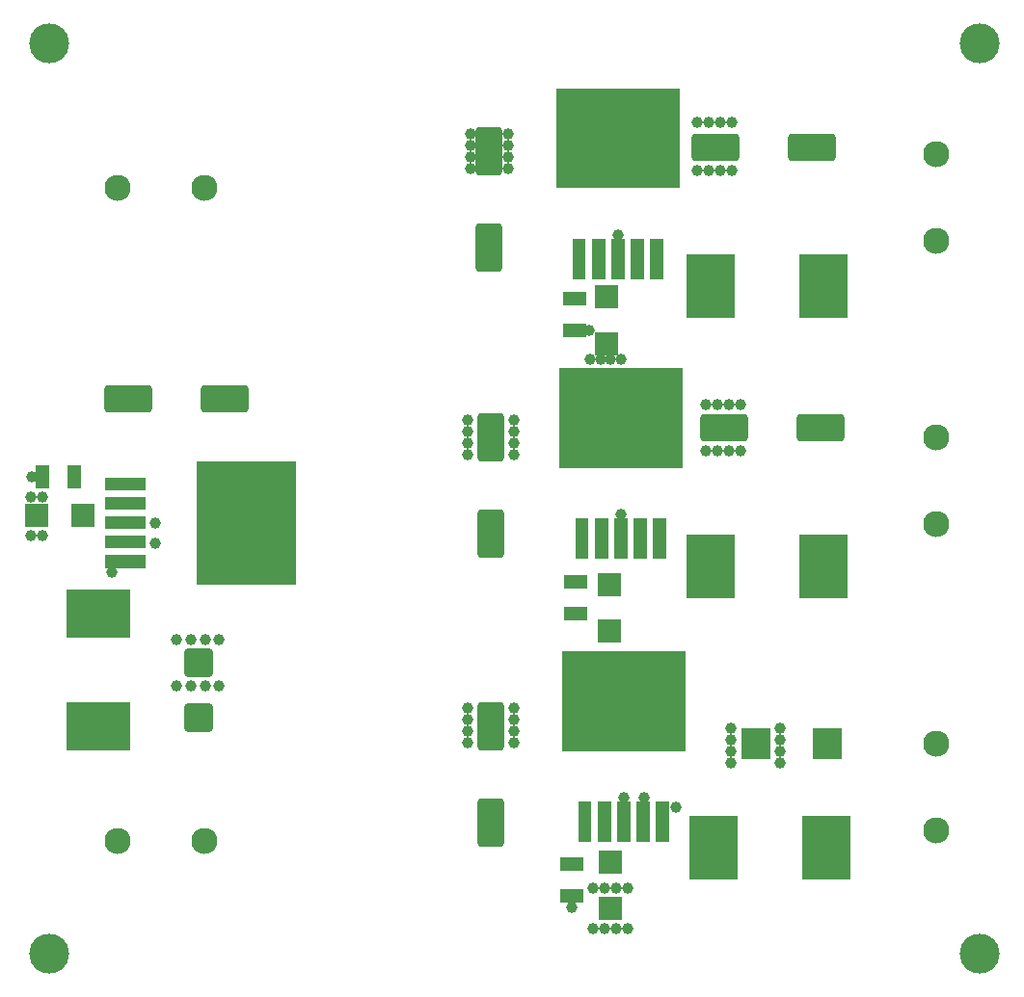
<source format=gts>
G04*
G04 #@! TF.GenerationSoftware,Altium Limited,Altium Designer,21.6.4 (81)*
G04*
G04 Layer_Color=8388736*
%FSLAX25Y25*%
%MOIN*%
G70*
G04*
G04 #@! TF.SameCoordinates,F1B4013F-C6E7-459F-9AD8-EDA5B4F290C2*
G04*
G04*
G04 #@! TF.FilePolarity,Negative*
G04*
G01*
G75*
%ADD23R,0.16732X0.22441*%
%ADD24R,0.07874X0.08268*%
%ADD25R,0.08281X0.04781*%
G04:AMPARAMS|DCode=26|XSize=100mil|YSize=103.15mil|CornerRadius=16.93mil|HoleSize=0mil|Usage=FLASHONLY|Rotation=90.000|XOffset=0mil|YOffset=0mil|HoleType=Round|Shape=RoundedRectangle|*
%AMROUNDEDRECTD26*
21,1,0.10000,0.06929,0,0,90.0*
21,1,0.06614,0.10315,0,0,90.0*
1,1,0.03386,0.03465,0.03307*
1,1,0.03386,0.03465,-0.03307*
1,1,0.03386,-0.03465,-0.03307*
1,1,0.03386,-0.03465,0.03307*
%
%ADD26ROUNDEDRECTD26*%
%ADD27R,0.22441X0.16732*%
%ADD28R,0.08268X0.07874*%
%ADD29R,0.04781X0.08281*%
G04:AMPARAMS|DCode=30|XSize=168.9mil|YSize=95.28mil|CornerRadius=16.34mil|HoleSize=0mil|Usage=FLASHONLY|Rotation=90.000|XOffset=0mil|YOffset=0mil|HoleType=Round|Shape=RoundedRectangle|*
%AMROUNDEDRECTD30*
21,1,0.16890,0.06260,0,0,90.0*
21,1,0.13622,0.09528,0,0,90.0*
1,1,0.03268,0.03130,0.06811*
1,1,0.03268,0.03130,-0.06811*
1,1,0.03268,-0.03130,-0.06811*
1,1,0.03268,-0.03130,0.06811*
%
%ADD30ROUNDEDRECTD30*%
G04:AMPARAMS|DCode=31|XSize=168.9mil|YSize=95.28mil|CornerRadius=16.34mil|HoleSize=0mil|Usage=FLASHONLY|Rotation=180.000|XOffset=0mil|YOffset=0mil|HoleType=Round|Shape=RoundedRectangle|*
%AMROUNDEDRECTD31*
21,1,0.16890,0.06260,0,0,180.0*
21,1,0.13622,0.09528,0,0,180.0*
1,1,0.03268,-0.06811,0.03130*
1,1,0.03268,0.06811,0.03130*
1,1,0.03268,0.06811,-0.03130*
1,1,0.03268,-0.06811,-0.03130*
%
%ADD31ROUNDEDRECTD31*%
%ADD32R,0.10236X0.11102*%
%ADD33C,0.09055*%
%ADD34C,0.03937*%
%ADD35C,0.13780*%
%ADD36C,0.03347*%
G36*
X229839Y276795D02*
X187161D01*
Y311205D01*
X229839D01*
Y276795D01*
D02*
G37*
G36*
X224130Y245299D02*
X219642D01*
Y259236D01*
X224130D01*
Y245299D01*
D02*
G37*
G36*
X217437D02*
X212949D01*
Y259236D01*
X217437D01*
Y245299D01*
D02*
G37*
G36*
X210744D02*
X206256D01*
Y259236D01*
X210744D01*
Y245299D01*
D02*
G37*
G36*
X204051D02*
X199563D01*
Y259236D01*
X204051D01*
Y245299D01*
D02*
G37*
G36*
X197358D02*
X192870D01*
Y259236D01*
X197358D01*
Y245299D01*
D02*
G37*
G36*
X230839Y180028D02*
X188161D01*
Y214437D01*
X230839D01*
Y180028D01*
D02*
G37*
G36*
X45236Y172142D02*
X31299D01*
Y176630D01*
X45236D01*
Y172142D01*
D02*
G37*
G36*
Y165449D02*
X31299D01*
Y169937D01*
X45236D01*
Y165449D01*
D02*
G37*
G36*
Y158756D02*
X31299D01*
Y163244D01*
X45236D01*
Y158756D01*
D02*
G37*
G36*
Y152063D02*
X31299D01*
Y156551D01*
X45236D01*
Y152063D01*
D02*
G37*
G36*
X225130Y148531D02*
X220642D01*
Y162469D01*
X225130D01*
Y148531D01*
D02*
G37*
G36*
X218437D02*
X213949D01*
Y162469D01*
X218437D01*
Y148531D01*
D02*
G37*
G36*
X211744D02*
X207256D01*
Y162469D01*
X211744D01*
Y148531D01*
D02*
G37*
G36*
X205051D02*
X200563D01*
Y162469D01*
X205051D01*
Y148531D01*
D02*
G37*
G36*
X198358D02*
X193870D01*
Y162469D01*
X198358D01*
Y148531D01*
D02*
G37*
G36*
X45236Y145370D02*
X31299D01*
Y149858D01*
X45236D01*
Y145370D01*
D02*
G37*
G36*
X97205Y139661D02*
X62795D01*
Y182339D01*
X97205D01*
Y139661D01*
D02*
G37*
G36*
X231839Y82028D02*
X189161D01*
Y116437D01*
X231839D01*
Y82028D01*
D02*
G37*
G36*
X226130Y50532D02*
X221642D01*
Y64468D01*
X226130D01*
Y50532D01*
D02*
G37*
G36*
X219437D02*
X214949D01*
Y64468D01*
X219437D01*
Y50532D01*
D02*
G37*
G36*
X212744D02*
X208256D01*
Y64468D01*
X212744D01*
Y50532D01*
D02*
G37*
G36*
X206051D02*
X201563D01*
Y64468D01*
X206051D01*
Y50532D01*
D02*
G37*
G36*
X199358D02*
X194870D01*
Y64468D01*
X199358D01*
Y50532D01*
D02*
G37*
D23*
X240512Y146000D02*
D03*
X279488D02*
D03*
X240512Y243000D02*
D03*
X279488D02*
D03*
X241512Y48500D02*
D03*
X280488D02*
D03*
D24*
X205500Y123429D02*
D03*
Y139571D02*
D03*
X204500Y239071D02*
D03*
Y222929D02*
D03*
X206000Y27429D02*
D03*
Y43571D02*
D03*
D25*
X194000Y129500D02*
D03*
Y140500D02*
D03*
X193500Y238500D02*
D03*
Y227500D02*
D03*
X192500Y32000D02*
D03*
Y43000D02*
D03*
D26*
X63500Y93413D02*
D03*
Y112587D02*
D03*
D27*
X29000Y129488D02*
D03*
Y90512D02*
D03*
D28*
X7429Y163500D02*
D03*
X23571D02*
D03*
D29*
X9500Y177000D02*
D03*
X20500D02*
D03*
D30*
X164000Y289693D02*
D03*
Y256307D02*
D03*
X164500Y190693D02*
D03*
Y157307D02*
D03*
Y57307D02*
D03*
Y90693D02*
D03*
D31*
X245307Y194000D02*
D03*
X278693D02*
D03*
X242307Y291000D02*
D03*
X275693D02*
D03*
X39307Y204000D02*
D03*
X72693D02*
D03*
D32*
X256256Y84500D02*
D03*
X280744D02*
D03*
D33*
X65500Y51000D02*
D03*
X35500D02*
D03*
X318500Y190500D02*
D03*
Y160500D02*
D03*
X65500Y277000D02*
D03*
X35500D02*
D03*
X318500Y288500D02*
D03*
Y258500D02*
D03*
Y84500D02*
D03*
Y54500D02*
D03*
D34*
X6000Y177000D02*
D03*
X48500Y161000D02*
D03*
Y154000D02*
D03*
X66000Y104500D02*
D03*
X70500D02*
D03*
X56000D02*
D03*
X61000D02*
D03*
X212000Y34500D02*
D03*
X208000D02*
D03*
X204000D02*
D03*
X200000D02*
D03*
X264500Y78000D02*
D03*
Y82000D02*
D03*
Y86000D02*
D03*
Y90000D02*
D03*
X199000Y217500D02*
D03*
X202500D02*
D03*
X33500Y144000D02*
D03*
X157500Y283500D02*
D03*
Y287500D02*
D03*
Y291500D02*
D03*
Y295500D02*
D03*
X9500Y170000D02*
D03*
X5500D02*
D03*
X9500Y156500D02*
D03*
X5500D02*
D03*
X70500Y120500D02*
D03*
X66000D02*
D03*
X61000D02*
D03*
X56000D02*
D03*
X212000Y20500D02*
D03*
X208000D02*
D03*
X204000D02*
D03*
X200000D02*
D03*
X247500Y90000D02*
D03*
Y86000D02*
D03*
Y82000D02*
D03*
Y78000D02*
D03*
X156500Y97000D02*
D03*
Y93000D02*
D03*
Y89000D02*
D03*
Y85000D02*
D03*
Y184500D02*
D03*
Y188500D02*
D03*
Y192500D02*
D03*
Y196500D02*
D03*
X239000Y202000D02*
D03*
X243000D02*
D03*
X247000D02*
D03*
X251000D02*
D03*
X239000Y186000D02*
D03*
X243000D02*
D03*
X247000D02*
D03*
X251000D02*
D03*
X236000Y283000D02*
D03*
X240000D02*
D03*
X244000D02*
D03*
X248000D02*
D03*
X236000Y299500D02*
D03*
X240000D02*
D03*
X244000D02*
D03*
X248000D02*
D03*
X170500Y295500D02*
D03*
Y291500D02*
D03*
Y287500D02*
D03*
Y283500D02*
D03*
X172500Y196500D02*
D03*
Y192500D02*
D03*
Y188500D02*
D03*
Y184500D02*
D03*
Y85000D02*
D03*
Y89000D02*
D03*
Y93000D02*
D03*
Y97000D02*
D03*
X228500Y62500D02*
D03*
X210500Y66000D02*
D03*
X217500D02*
D03*
X192500Y28000D02*
D03*
X209500Y164000D02*
D03*
X198456Y227498D02*
D03*
X209500Y217500D02*
D03*
X206000D02*
D03*
X208500Y260500D02*
D03*
D35*
X12000Y327000D02*
D03*
Y12000D02*
D03*
X333500D02*
D03*
Y327000D02*
D03*
D36*
X66000Y180500D02*
D03*
Y177000D02*
D03*
Y173500D02*
D03*
Y170000D02*
D03*
Y166500D02*
D03*
Y163000D02*
D03*
Y159500D02*
D03*
Y156000D02*
D03*
Y152500D02*
D03*
Y149000D02*
D03*
Y145500D02*
D03*
Y142000D02*
D03*
X69500D02*
D03*
Y145500D02*
D03*
Y149000D02*
D03*
Y152500D02*
D03*
Y156000D02*
D03*
Y159500D02*
D03*
Y163000D02*
D03*
Y166500D02*
D03*
Y170000D02*
D03*
Y173500D02*
D03*
Y177000D02*
D03*
Y180500D02*
D03*
X73000Y142000D02*
D03*
Y145500D02*
D03*
Y149000D02*
D03*
Y152500D02*
D03*
Y156000D02*
D03*
Y159500D02*
D03*
Y163000D02*
D03*
Y166500D02*
D03*
Y170000D02*
D03*
Y173500D02*
D03*
Y177000D02*
D03*
Y180500D02*
D03*
X76500Y142000D02*
D03*
Y145500D02*
D03*
Y149000D02*
D03*
Y152500D02*
D03*
Y156000D02*
D03*
Y159500D02*
D03*
Y163000D02*
D03*
Y166500D02*
D03*
Y170000D02*
D03*
Y173500D02*
D03*
Y177000D02*
D03*
Y180500D02*
D03*
X80000Y142000D02*
D03*
Y145500D02*
D03*
Y149000D02*
D03*
Y152500D02*
D03*
Y156000D02*
D03*
Y159500D02*
D03*
Y163000D02*
D03*
Y166500D02*
D03*
Y170000D02*
D03*
Y173500D02*
D03*
Y177000D02*
D03*
Y180500D02*
D03*
X83500Y142000D02*
D03*
Y145500D02*
D03*
Y149000D02*
D03*
Y152500D02*
D03*
Y156000D02*
D03*
Y159500D02*
D03*
Y163000D02*
D03*
Y166500D02*
D03*
Y170000D02*
D03*
Y173500D02*
D03*
Y177000D02*
D03*
Y180500D02*
D03*
X87000Y142000D02*
D03*
Y145500D02*
D03*
Y149000D02*
D03*
Y152500D02*
D03*
Y156000D02*
D03*
Y159500D02*
D03*
Y163000D02*
D03*
Y166500D02*
D03*
Y170000D02*
D03*
Y173500D02*
D03*
Y177000D02*
D03*
Y180500D02*
D03*
X90500Y142000D02*
D03*
Y145500D02*
D03*
Y149000D02*
D03*
Y152500D02*
D03*
Y156000D02*
D03*
Y159500D02*
D03*
Y163000D02*
D03*
Y166500D02*
D03*
Y170000D02*
D03*
Y173500D02*
D03*
Y177000D02*
D03*
Y180500D02*
D03*
X94000Y142000D02*
D03*
Y145500D02*
D03*
Y149000D02*
D03*
Y152500D02*
D03*
Y156000D02*
D03*
Y159500D02*
D03*
Y163000D02*
D03*
Y166500D02*
D03*
Y170000D02*
D03*
Y173500D02*
D03*
Y177000D02*
D03*
Y180500D02*
D03*
X191500Y85000D02*
D03*
X195000D02*
D03*
X198500D02*
D03*
X202000D02*
D03*
X205500D02*
D03*
X209000D02*
D03*
X212500D02*
D03*
X216000D02*
D03*
X219500D02*
D03*
X223000D02*
D03*
X226500D02*
D03*
X230000D02*
D03*
Y88500D02*
D03*
X226500D02*
D03*
X223000D02*
D03*
X219500D02*
D03*
X216000D02*
D03*
X212500D02*
D03*
X209000D02*
D03*
X205500D02*
D03*
X202000D02*
D03*
X198500D02*
D03*
X195000D02*
D03*
X191500D02*
D03*
X230000Y92000D02*
D03*
X226500D02*
D03*
X223000D02*
D03*
X219500D02*
D03*
X216000D02*
D03*
X212500D02*
D03*
X209000D02*
D03*
X205500D02*
D03*
X202000D02*
D03*
X198500D02*
D03*
X195000D02*
D03*
X191500D02*
D03*
X230000Y95500D02*
D03*
X226500D02*
D03*
X223000D02*
D03*
X219500D02*
D03*
X216000D02*
D03*
X212500D02*
D03*
X209000D02*
D03*
X205500D02*
D03*
X202000D02*
D03*
X198500D02*
D03*
X195000D02*
D03*
X191500D02*
D03*
X230000Y99000D02*
D03*
X226500D02*
D03*
X223000D02*
D03*
X219500D02*
D03*
X216000D02*
D03*
X212500D02*
D03*
X209000D02*
D03*
X205500D02*
D03*
X202000D02*
D03*
X198500D02*
D03*
X195000D02*
D03*
X191500D02*
D03*
X230000Y102500D02*
D03*
X226500D02*
D03*
X223000D02*
D03*
X219500D02*
D03*
X216000D02*
D03*
X212500D02*
D03*
X209000D02*
D03*
X205500D02*
D03*
X202000D02*
D03*
X198500D02*
D03*
X195000D02*
D03*
X191500D02*
D03*
X230000Y106000D02*
D03*
X226500D02*
D03*
X223000D02*
D03*
X219500D02*
D03*
X216000D02*
D03*
X212500D02*
D03*
X209000D02*
D03*
X205500D02*
D03*
X202000D02*
D03*
X198500D02*
D03*
X195000D02*
D03*
X191500D02*
D03*
X230000Y109500D02*
D03*
X226500D02*
D03*
X223000D02*
D03*
X219500D02*
D03*
X216000D02*
D03*
X212500D02*
D03*
X209000D02*
D03*
X205500D02*
D03*
X202000D02*
D03*
X198500D02*
D03*
X195000D02*
D03*
X191500D02*
D03*
X230000Y113000D02*
D03*
X226500D02*
D03*
X223000D02*
D03*
X219500D02*
D03*
X216000D02*
D03*
X212500D02*
D03*
X209000D02*
D03*
X205500D02*
D03*
X202000D02*
D03*
X198500D02*
D03*
X195000D02*
D03*
X191500D02*
D03*
X190500Y183000D02*
D03*
X194000D02*
D03*
X197500D02*
D03*
X201000D02*
D03*
X204500D02*
D03*
X208000D02*
D03*
X211500D02*
D03*
X215000D02*
D03*
X218500D02*
D03*
X222000D02*
D03*
X225500D02*
D03*
X229000D02*
D03*
Y186500D02*
D03*
X225500D02*
D03*
X222000D02*
D03*
X218500D02*
D03*
X215000D02*
D03*
X211500D02*
D03*
X208000D02*
D03*
X204500D02*
D03*
X201000D02*
D03*
X197500D02*
D03*
X194000D02*
D03*
X190500D02*
D03*
X229000Y190000D02*
D03*
X225500D02*
D03*
X222000D02*
D03*
X218500D02*
D03*
X215000D02*
D03*
X211500D02*
D03*
X208000D02*
D03*
X204500D02*
D03*
X201000D02*
D03*
X197500D02*
D03*
X194000D02*
D03*
X190500D02*
D03*
X229000Y193500D02*
D03*
X225500D02*
D03*
X222000D02*
D03*
X218500D02*
D03*
X215000D02*
D03*
X211500D02*
D03*
X208000D02*
D03*
X204500D02*
D03*
X201000D02*
D03*
X197500D02*
D03*
X194000D02*
D03*
X190500D02*
D03*
X229000Y197000D02*
D03*
X225500D02*
D03*
X222000D02*
D03*
X218500D02*
D03*
X215000D02*
D03*
X211500D02*
D03*
X208000D02*
D03*
X204500D02*
D03*
X201000D02*
D03*
X197500D02*
D03*
X194000D02*
D03*
X190500D02*
D03*
X229000Y200500D02*
D03*
X225500D02*
D03*
X222000D02*
D03*
X218500D02*
D03*
X215000D02*
D03*
X211500D02*
D03*
X208000D02*
D03*
X204500D02*
D03*
X201000D02*
D03*
X197500D02*
D03*
X194000D02*
D03*
X190500D02*
D03*
X229000Y204000D02*
D03*
X225500D02*
D03*
X222000D02*
D03*
X218500D02*
D03*
X215000D02*
D03*
X211500D02*
D03*
X208000D02*
D03*
X204500D02*
D03*
X201000D02*
D03*
X197500D02*
D03*
X194000D02*
D03*
X190500D02*
D03*
X229000Y207500D02*
D03*
X225500D02*
D03*
X222000D02*
D03*
X218500D02*
D03*
X215000D02*
D03*
X211500D02*
D03*
X208000D02*
D03*
X204500D02*
D03*
X201000D02*
D03*
X197500D02*
D03*
X194000D02*
D03*
X190500D02*
D03*
X229000Y211000D02*
D03*
X225500D02*
D03*
X222000D02*
D03*
X218500D02*
D03*
X215000D02*
D03*
X211500D02*
D03*
X208000D02*
D03*
X204500D02*
D03*
X201000D02*
D03*
X197500D02*
D03*
X194000D02*
D03*
X190500D02*
D03*
X189500Y308000D02*
D03*
X193000D02*
D03*
X196500D02*
D03*
X200000D02*
D03*
X203500D02*
D03*
X207000D02*
D03*
X210500D02*
D03*
X214000D02*
D03*
X217500D02*
D03*
X221000D02*
D03*
X224500D02*
D03*
X228000D02*
D03*
X189500Y304500D02*
D03*
X193000D02*
D03*
X196500D02*
D03*
X200000D02*
D03*
X203500D02*
D03*
X207000D02*
D03*
X210500D02*
D03*
X214000D02*
D03*
X217500D02*
D03*
X221000D02*
D03*
X224500D02*
D03*
X228000D02*
D03*
X189500Y301000D02*
D03*
X193000D02*
D03*
X196500D02*
D03*
X200000D02*
D03*
X203500D02*
D03*
X207000D02*
D03*
X210500D02*
D03*
X214000D02*
D03*
X217500D02*
D03*
X221000D02*
D03*
X224500D02*
D03*
X228000D02*
D03*
X189500Y297500D02*
D03*
X193000D02*
D03*
X196500D02*
D03*
X200000D02*
D03*
X203500D02*
D03*
X207000D02*
D03*
X210500D02*
D03*
X214000D02*
D03*
X217500D02*
D03*
X221000D02*
D03*
X224500D02*
D03*
X228000D02*
D03*
X189500Y294000D02*
D03*
X193000D02*
D03*
X196500D02*
D03*
X200000D02*
D03*
X203500D02*
D03*
X207000D02*
D03*
X210500D02*
D03*
X214000D02*
D03*
X217500D02*
D03*
X221000D02*
D03*
X224500D02*
D03*
X228000D02*
D03*
X189500Y290500D02*
D03*
X193000D02*
D03*
X196500D02*
D03*
X200000D02*
D03*
X203500D02*
D03*
X207000D02*
D03*
X210500D02*
D03*
X214000D02*
D03*
X217500D02*
D03*
X221000D02*
D03*
X224500D02*
D03*
X228000D02*
D03*
X189500Y287000D02*
D03*
X193000D02*
D03*
X196500D02*
D03*
X200000D02*
D03*
X203500D02*
D03*
X207000D02*
D03*
X210500D02*
D03*
X214000D02*
D03*
X217500D02*
D03*
X221000D02*
D03*
X224500D02*
D03*
X228000D02*
D03*
X189500Y283500D02*
D03*
X193000D02*
D03*
X196500D02*
D03*
X200000D02*
D03*
X203500D02*
D03*
X207000D02*
D03*
X210500D02*
D03*
X214000D02*
D03*
X217500D02*
D03*
X221000D02*
D03*
X224500D02*
D03*
X228000D02*
D03*
Y280000D02*
D03*
X224500D02*
D03*
X221000D02*
D03*
X217500D02*
D03*
X214000D02*
D03*
X210500D02*
D03*
X207000D02*
D03*
X203500D02*
D03*
X200000D02*
D03*
X196500D02*
D03*
X193000D02*
D03*
X189500D02*
D03*
M02*

</source>
